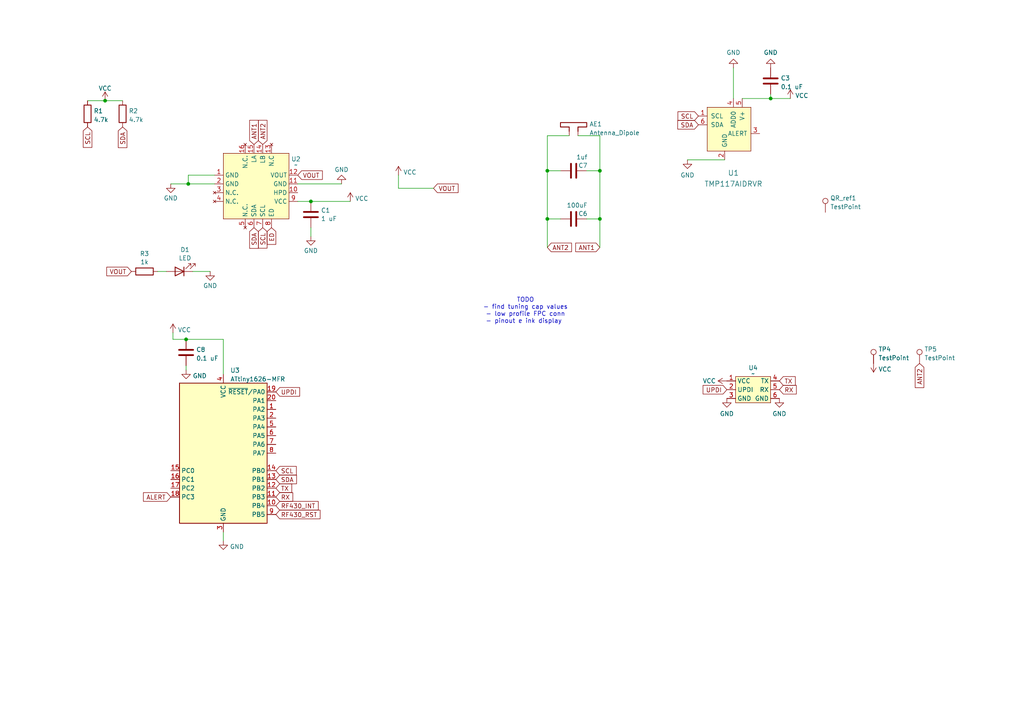
<source format=kicad_sch>
(kicad_sch (version 20231120) (generator "eeschema") (generator_version "8.0")
  (paper "A4")
  (lib_symbols
    (symbol "Connector:TestPoint" (pin_numbers hide) (pin_names (offset 0.762) hide)
      (property "Reference" "TP" (at 0 6.858 0))
      (property "Value" "TestPoint" (at 0 5.08 0))
      (symbol "TestPoint_0_1"
        (circle (center 0 3.302) (radius 0.762))
      )
      (symbol "TestPoint_1_1"
        (pin passive line (at 0 0 90) (length 2.54) (name "1") (number "1"))
      )
    )
    (symbol "Device:Antenna_Dipole" (pin_numbers hide) (pin_names (offset 1.016) hide)
      (property "Reference" "AE" (at 1.27 1.27 0))
      (property "Value" "Antenna_Dipole" (at 1.27 0 0))
      (symbol "Antenna_Dipole_0_1"
        (polyline (pts (xy 2.54 -3.81) (xy 2.54 -2.54) (xy 5.08 -2.54) (xy 5.08 -1.27) (xy -2.54 -1.27) (xy -2.54 -2.54) (xy 0 -2.54) (xy 0 -3.81)) (stroke (width 0.254)))
      )
      (symbol "Antenna_Dipole_1_1"
        (pin input line (at 0 -5.08 90) (length 2.54) (name "~") (number "1"))
        (pin input line (at 2.54 -5.08 90) (length 2.54) (name "~") (number "2"))
      )
    )
    (symbol "Device:C" (pin_numbers hide) (pin_names (offset 0.254))
      (property "Reference" "C" (at 0.635 2.54 0))
      (property "Value" "C" (at 0.635 -2.54 0))
      (symbol "C_0_1"
        (polyline (pts (xy -2.032 -0.762) (xy 2.032 -0.762)) (stroke (width 0.508)))
        (polyline (pts (xy -2.032 0.762) (xy 2.032 0.762)) (stroke (width 0.508)))
      )
      (symbol "C_1_1"
        (pin passive line (at 0 3.81 270) (length 2.794) (name "~") (number "1"))
        (pin passive line (at 0 -3.81 90) (length 2.794) (name "~") (number "2"))
      )
    )
    (symbol "Device:LED" (pin_numbers hide) (pin_names (offset 1.016) hide)
      (property "Reference" "D" (at 0 2.54 0))
      (property "Value" "LED" (at 0 -2.54 0))
      (symbol "LED_0_1"
        (polyline (pts (xy -1.27 -1.27) (xy -1.27 1.27)) (stroke (width 0.254)))
        (polyline (pts (xy -1.27 0) (xy 1.27 0)))
        (polyline (pts (xy 1.27 -1.27) (xy 1.27 1.27) (xy -1.27 0) (xy 1.27 -1.27)) (stroke (width 0.254)))
        (polyline (pts (xy -3.048 -0.762) (xy -4.572 -2.286) (xy -3.81 -2.286) (xy -4.572 -2.286) (xy -4.572 -1.524)))
        (polyline (pts (xy -1.778 -0.762) (xy -3.302 -2.286) (xy -2.54 -2.286) (xy -3.302 -2.286) (xy -3.302 -1.524)))
      )
      (symbol "LED_1_1"
        (pin passive line (at -3.81 0 0) (length 2.54) (name "K") (number "1"))
        (pin passive line (at 3.81 0 180) (length 2.54) (name "A") (number "2"))
      )
    )
    (symbol "Device:R" (pin_numbers hide) (pin_names (offset 0))
      (property "Reference" "R" (at 2.032 0 90))
      (property "Value" "R" (at 0 0 90))
      (symbol "R_0_1"
        (rectangle (start -1.016 -2.54) (end 1.016 2.54) (stroke (width 0.254)))
      )
      (symbol "R_1_1"
        (pin passive line (at 0 3.81 270) (length 1.27) (name "~") (number "1"))
        (pin passive line (at 0 -3.81 90) (length 1.27) (name "~") (number "2"))
      )
    )
    (symbol "MCU_Microchip_ATtiny:ATtiny1626-M"
      (property "Reference" "U" (at -12.7 21.59 0))
      (property "Value" "ATtiny1626-M" (at 2.54 -21.59 0))
      (symbol "ATtiny1626-M_0_1"
        (rectangle (start -12.7 -20.32) (end 12.7 20.32) (stroke (width 0.254)) (fill (type background)))
      )
      (symbol "ATtiny1626-M_1_1"
        (pin bidirectional line (at 15.24 12.7 180) (length 2.54) (name "PA2") (number "1"))
        (pin bidirectional line (at 15.24 -15.24 180) (length 2.54) (name "PB4") (number "10"))
        (pin bidirectional line (at 15.24 -12.7 180) (length 2.54) (name "PB3") (number "11"))
        (pin bidirectional line (at 15.24 -10.16 180) (length 2.54) (name "PB2") (number "12"))
        (pin bidirectional line (at 15.24 -7.62 180) (length 2.54) (name "PB1") (number "13"))
        (pin bidirectional line (at 15.24 -5.08 180) (length 2.54) (name "PB0") (number "14"))
        (pin bidirectional line (at -15.24 -5.08 0) (length 2.54) (name "PC0") (number "15"))
        (pin bidirectional line (at -15.24 -7.62 0) (length 2.54) (name "PC1") (number "16"))
        (pin bidirectional line (at -15.24 -10.16 0) (length 2.54) (name "PC2") (number "17"))
        (pin bidirectional line (at -15.24 -12.7 0) (length 2.54) (name "PC3") (number "18"))
        (pin bidirectional line (at 15.24 17.78 180) (length 2.54) (name "~{RESET}/PA0") (number "19"))
        (pin bidirectional line (at 15.24 10.16 180) (length 2.54) (name "PA3") (number "2"))
        (pin bidirectional line (at 15.24 15.24 180) (length 2.54) (name "PA1") (number "20"))
        (pin passive line (at 0 -22.86 90) (length 2.54) hide (name "GND") (number "21"))
        (pin power_in line (at 0 -22.86 90) (length 2.54) (name "GND") (number "3"))
        (pin power_in line (at 0 22.86 270) (length 2.54) (name "VCC") (number "4"))
        (pin bidirectional line (at 15.24 7.62 180) (length 2.54) (name "PA4") (number "5"))
        (pin bidirectional line (at 15.24 5.08 180) (length 2.54) (name "PA5") (number "6"))
        (pin bidirectional line (at 15.24 2.54 180) (length 2.54) (name "PA6") (number "7"))
        (pin bidirectional line (at 15.24 0 180) (length 2.54) (name "PA7") (number "8"))
        (pin bidirectional line (at 15.24 -17.78 180) (length 2.54) (name "PB5") (number "9"))
      )
    )
    (symbol "dk_Temperature-Sensors-Analog-and-Digital-Output:TMP112AIDRLT" (pin_names (offset 1.016))
      (property "Reference" "U" (at -6.35 8.89 0))
      (property "Value" "TMP112AIDRLT" (at 0 -7.62 0))
      (symbol "TMP112AIDRLT_0_1"
        (rectangle (start -7.62 7.62) (end 5.08 -5.08) (fill (type background)))
      )
      (symbol "TMP112AIDRLT_1_1"
        (pin input line (at -10.16 5.08 0) (length 2.54) (name "SCL") (number "1"))
        (pin power_in line (at -2.54 -7.62 90) (length 2.54) (name "GND") (number "2"))
        (pin output line (at 7.62 0 180) (length 2.54) (name "ALERT") (number "3"))
        (pin power_in line (at 0 10.16 270) (length 2.54) (name "ADD0") (number "4"))
        (pin power_in line (at 2.54 10.16 270) (length 2.54) (name "V+") (number "5"))
        (pin bidirectional line (at -10.16 2.54 0) (length 2.54) (name "SDA") (number "6"))
      )
    )
    (symbol "power:GND" (power) (pin_names (offset 0))
      (property "Value" "GND" (at 0 -3.81 0))
      (symbol "GND_0_1"
        (polyline (pts (xy 0 0) (xy 0 -1.27) (xy 1.27 -1.27) (xy 0 -2.54) (xy -1.27 -1.27) (xy 0 -1.27)))
      )
      (symbol "GND_1_1"
        (pin power_in line (at 0 0 270) (length 0) hide (name "GND") (number "1"))
      )
    )
    (symbol "power:VCC" (power) (pin_names (offset 0))
      (property "Value" "VCC" (at 0 3.81 0))
      (symbol "VCC_0_1"
        (polyline (pts (xy -0.762 1.27) (xy 0 2.54)))
        (polyline (pts (xy 0 0) (xy 0 2.54)))
        (polyline (pts (xy 0 2.54) (xy 0.762 1.27)))
      )
      (symbol "VCC_1_1"
        (pin power_in line (at 0 0 90) (length 0) hide (name "VCC") (number "1"))
      )
    )
    (symbol "unsurv_offline_pcb_symbols:NTAG_5_Link"
      (property "Reference" "U" (at 0 24.892 0))
      (symbol "NTAG_5_Link_1_1"
        (rectangle (start -10.16 8.89) (end 8.89 -10.16) (fill (type background)))
        (pin input line (at -12.7 2.54 0) (length 2.54) (name "GND") (number "1"))
        (pin input line (at 11.43 -2.54 180) (length 2.54) (name "HPD") (number "10"))
        (pin input line (at 11.43 0 180) (length 2.54) (name "GND") (number "11"))
        (pin input line (at 11.43 2.54 180) (length 2.54) (name "VOUT") (number "12"))
        (pin no_connect line (at 3.81 11.43 270) (length 2.54) (name "N.C") (number "13"))
        (pin bidirectional line (at 1.27 11.43 270) (length 2.54) (name "LB") (number "14"))
        (pin bidirectional line (at -1.27 11.43 270) (length 2.54) (name "LA") (number "15"))
        (pin no_connect line (at -3.81 11.43 270) (length 2.54) (name "N.C.") (number "16"))
        (pin input line (at -12.7 0 0) (length 2.54) (name "GND") (number "2"))
        (pin no_connect line (at -12.7 -2.54 0) (length 2.54) (name "N.C.") (number "3"))
        (pin no_connect line (at -12.7 -5.08 0) (length 2.54) (name "N.C.") (number "4"))
        (pin no_connect line (at -3.81 -12.7 90) (length 2.54) (name "N.C.") (number "5"))
        (pin bidirectional line (at -1.27 -12.7 90) (length 2.54) (name "SDA") (number "6"))
        (pin bidirectional line (at 1.27 -12.7 90) (length 2.54) (name "SCL") (number "7"))
        (pin bidirectional line (at 3.81 -12.7 90) (length 2.54) (name "ED") (number "8"))
        (pin input line (at 11.43 -5.08 180) (length 2.54) (name "VCC") (number "9"))
      )
    )
    (symbol "unsurv_offline_pcb_symbols:testpoint_array_2x3"
      (property "Reference" "U" (at 0 5.842 0))
      (symbol "testpoint_array_2x3_1_1"
        (rectangle (start -5.08 3.81) (end 5.08 -3.81) (fill (type background)))
        (pin input line (at -7.62 2.54 0) (length 2.54) (name "VCC") (number "1"))
        (pin input line (at -7.62 0 0) (length 2.54) (name "UPDI") (number "2"))
        (pin input line (at -7.62 -2.54 0) (length 2.54) (name "GND") (number "3"))
        (pin input line (at 7.62 2.54 180) (length 2.54) (name "TX") (number "4"))
        (pin input line (at 7.62 0 180) (length 2.54) (name "RX") (number "5"))
        (pin input line (at 7.62 -2.54 180) (length 2.54) (name "GND") (number "6"))
      )
    )
  )
  (junction (at 30.48 29.21))
  (junction (at 223.52 28.575))
  (junction (at 173.99 63.5))
  (junction (at 90.17 58.42))
  (junction (at 173.99 49.53))
  (junction (at 53.975 98.425))
  (junction (at 54.61 53.34))
  (junction (at 158.75 63.5))
  (junction (at 158.75 49.53))
  (wire (pts (xy 158.75 39.37) (xy 165.1 39.37)))
  (wire (pts (xy 25.4 29.21) (xy 30.48 29.21)))
  (wire (pts (xy 158.75 49.53) (xy 158.75 39.37)))
  (wire (pts (xy 54.61 50.8) (xy 54.61 53.34)))
  (wire (pts (xy 173.99 49.53) (xy 170.18 49.53)))
  (wire (pts (xy 173.99 49.53) (xy 173.99 39.37)))
  (wire (pts (xy 53.975 106.045) (xy 53.975 107.315)))
  (wire (pts (xy 212.725 19.685) (xy 212.725 28.575)))
  (wire (pts (xy 49.53 53.34) (xy 54.61 53.34)))
  (wire (pts (xy 158.75 71.755) (xy 158.75 63.5)))
  (wire (pts (xy 115.57 54.61) (xy 125.73 54.61)))
  (wire (pts (xy 53.975 98.425) (xy 64.77 98.425)))
  (wire (pts (xy 115.57 50.8) (xy 115.57 54.61)))
  (wire (pts (xy 62.23 50.8) (xy 54.61 50.8)))
  (wire (pts (xy 45.72 78.74) (xy 48.26 78.74)))
  (wire (pts (xy 173.99 71.755) (xy 173.99 63.5)))
  (wire (pts (xy 54.61 53.34) (xy 62.23 53.34)))
  (wire (pts (xy 173.99 63.5) (xy 173.99 49.53)))
  (wire (pts (xy 223.52 27.305) (xy 223.52 28.575)))
  (wire (pts (xy 162.56 63.5) (xy 158.75 63.5)))
  (wire (pts (xy 167.64 39.37) (xy 173.99 39.37)))
  (wire (pts (xy 86.36 53.34) (xy 99.06 53.34)))
  (wire (pts (xy 64.77 98.425) (xy 64.77 108.585)))
  (wire (pts (xy 30.48 29.21) (xy 35.56 29.21)))
  (wire (pts (xy 50.165 96.52) (xy 50.165 98.425)))
  (wire (pts (xy 170.18 63.5) (xy 173.99 63.5)))
  (wire (pts (xy 199.39 46.355) (xy 210.185 46.355)))
  (wire (pts (xy 90.17 66.04) (xy 90.17 68.58)))
  (wire (pts (xy 158.75 49.53) (xy 162.56 49.53)))
  (wire (pts (xy 215.265 28.575) (xy 223.52 28.575)))
  (wire (pts (xy 55.88 78.74) (xy 60.96 78.74)))
  (wire (pts (xy 50.165 98.425) (xy 53.975 98.425)))
  (wire (pts (xy 64.77 154.305) (xy 64.77 156.845)))
  (wire (pts (xy 86.36 58.42) (xy 90.17 58.42)))
  (wire (pts (xy 90.17 58.42) (xy 101.6 58.42)))
  (wire (pts (xy 223.52 28.575) (xy 229.235 28.575)))
  (wire (pts (xy 158.75 63.5) (xy 158.75 49.53)))
  (text "TODO\n- find tuning cap values\n- low profile FPC conn\n- pinout e ink display " (at 152.4 90.17 0) (effects (font (size 1.27 1.27))))
  (global_label "ANT2" (shape input) (at 76.2 41.91 90) (property "Intersheetrefs" "${INTERSHEET_REFS}" (effects (hide yes))))
  (global_label "ANT2" (shape input) (at 266.7 105.41 270) (property "Intersheetrefs" "${INTERSHEET_REFS}" (effects (hide yes))))
  (global_label "ANT1" (shape input) (at 173.99 71.755 180) (property "Intersheetrefs" "${INTERSHEET_REFS}" (effects (hide yes))))
  (global_label "SCL" (shape input) (at 80.01 136.525 0) (property "Intersheetrefs" "${INTERSHEET_REFS}" (effects (hide yes))))
  (global_label "SCL" (shape input) (at 76.2 66.04 270) (property "Intersheetrefs" "${INTERSHEET_REFS}" (effects (hide yes))))
  (global_label "ED" (shape input) (at 78.74 66.04 270) (property "Intersheetrefs" "${INTERSHEET_REFS}" (effects (hide yes))))
  (global_label "TX" (shape input) (at 80.01 141.605 0) (property "Intersheetrefs" "${INTERSHEET_REFS}" (effects (hide yes))))
  (global_label "ANT1" (shape input) (at 73.66 41.91 90) (property "Intersheetrefs" "${INTERSHEET_REFS}" (effects (hide yes))))
  (global_label "VOUT" (shape input) (at 86.36 50.8 0) (property "Intersheetrefs" "${INTERSHEET_REFS}" (effects (hide yes))))
  (global_label "RF430_INT" (shape input) (at 80.01 146.685 0) (property "Intersheetrefs" "${INTERSHEET_REFS}" (effects (hide yes))))
  (global_label "ALERT" (shape input) (at 49.53 144.145 180) (property "Intersheetrefs" "${INTERSHEET_REFS}" (effects (hide yes))))
  (global_label "UPDI" (shape input) (at 210.82 113.03 180) (property "Intersheetrefs" "${INTERSHEET_REFS}" (effects (hide yes))))
  (global_label "UPDI" (shape input) (at 80.01 113.665 0) (property "Intersheetrefs" "${INTERSHEET_REFS}" (effects (hide yes))))
  (global_label "SCL" (shape input) (at 202.565 33.655 180) (property "Intersheetrefs" "${INTERSHEET_REFS}" (effects (hide yes))))
  (global_label "SDA" (shape input) (at 73.66 66.04 270) (property "Intersheetrefs" "${INTERSHEET_REFS}" (effects (hide yes))))
  (global_label "RF430_RST" (shape input) (at 80.01 149.225 0) (property "Intersheetrefs" "${INTERSHEET_REFS}" (effects (hide yes))))
  (global_label "RX" (shape input) (at 80.01 144.145 0) (property "Intersheetrefs" "${INTERSHEET_REFS}" (effects (hide yes))))
  (global_label "VOUT" (shape input) (at 125.73 54.61 0) (property "Intersheetrefs" "${INTERSHEET_REFS}" (effects (hide yes))))
  (global_label "SDA" (shape input) (at 35.56 36.83 270) (property "Intersheetrefs" "${INTERSHEET_REFS}" (effects (hide yes))))
  (global_label "TX" (shape input) (at 226.06 110.49 0) (property "Intersheetrefs" "${INTERSHEET_REFS}" (effects (hide yes))))
  (global_label "SDA" (shape input) (at 80.01 139.065 0) (property "Intersheetrefs" "${INTERSHEET_REFS}" (effects (hide yes))))
  (global_label "SCL" (shape input) (at 25.4 36.83 270) (property "Intersheetrefs" "${INTERSHEET_REFS}" (effects (hide yes))))
  (global_label "ANT2" (shape input) (at 158.75 71.755 0) (property "Intersheetrefs" "${INTERSHEET_REFS}" (effects (hide yes))))
  (global_label "SDA" (shape input) (at 202.565 36.195 180) (property "Intersheetrefs" "${INTERSHEET_REFS}" (effects (hide yes))))
  (global_label "RX" (shape input) (at 226.06 113.03 0) (property "Intersheetrefs" "${INTERSHEET_REFS}" (effects (hide yes))))
  (global_label "VOUT" (shape input) (at 38.1 78.74 180) (property "Intersheetrefs" "${INTERSHEET_REFS}" (effects (hide yes))))
  (symbol (lib_id "power:GND") (at 226.06 115.57 0) (unit 1)
    (property "Reference" "#PWR013" (effects (hide yes)))
    (property "Value" "GND" (at 226.06 120.0134 0))
  )
  (symbol (lib_id "power:GND") (at 60.96 78.74 0) (unit 1)
    (property "Reference" "#PWR014" (effects (hide yes)))
    (property "Value" "GND" (at 60.96 82.8731 0))
  )
  (symbol (lib_id "power:VCC") (at 253.365 105.41 180) (unit 1)
    (property "Reference" "#PWR022" (effects (hide yes)))
    (property "Value" "VCC" (at 254.762 107.1138 0) (effects (justify right)))
  )
  (symbol (lib_id "Device:C") (at 166.37 63.5 90) (unit 1)
    (property "Reference" "C6" (at 170.434 61.976 90) (effects (justify left)))
    (property "Value" "100uF" (at 170.434 59.5517 90) (effects (justify left)))
    (property "Footprint" "Capacitor_SMD:C_0603_1608Metric" (effects (hide yes)))
    (property "MPN" "298W107X0004M2T" (effects (hide yes)))
  )
  (symbol (lib_id "power:VCC") (at 229.235 28.575 0) (unit 1)
    (property "Reference" "#PWR07" (effects (hide yes)))
    (property "Value" "VCC" (at 230.632 27.7388 0) (effects (justify left)))
  )
  (symbol (lib_id "unsurv_offline_pcb_symbols:testpoint_array_2x3") (at 218.44 113.03 0) (unit 1)
    (property "Reference" "U4" (at 218.44 106.6885 0))
    (property "Value" "~" (at 218.44 108.3699 0))
  )
  (symbol (lib_id "Device:R") (at 35.56 33.02 0) (unit 1)
    (property "Reference" "R2" (at 37.338 32.1853 0) (effects (justify left)))
    (property "Value" "4.7k" (at 37.338 34.7222 0) (effects (justify left)))
    (property "Footprint" "Resistor_SMD:R_0603_1608Metric" (effects (hide yes)))
  )
  (symbol (lib_id "power:VCC") (at 101.6 58.42 0) (unit 1)
    (property "Reference" "#PWR04" (effects (hide yes)))
    (property "Value" "VCC" (at 102.997 57.5838 0) (effects (justify left)))
  )
  (symbol (lib_id "Connector:TestPoint") (at 239.395 61.595 0) (unit 1)
    (property "Reference" "QR_ref1" (at 240.792 57.4583 0) (effects (justify left)))
    (property "Value" "TestPoint" (at 240.792 59.9952 0) (effects (justify left)))
    (property "Footprint" "unsurv_offline_pcb_footprints:QR_shop" (effects (hide yes)))
  )
  (symbol (lib_id "power:VCC") (at 115.57 50.8 0) (unit 1)
    (property "Reference" "#PWR06" (effects (hide yes)))
    (property "Value" "VCC" (at 116.967 49.9638 0) (effects (justify left)))
  )
  (symbol (lib_id "dk_Temperature-Sensors-Analog-and-Digital-Output:TMP112AIDRLT") (at 212.725 38.735 0) (unit 1)
    (property "Reference" "U1" (at 212.725 50.165 0) (effects (font (size 1.524 1.524))))
    (property "Value" "TMP117AIDRVR" (at 212.725 53.34 0) (effects (font (size 1.524 1.524))))
    (property "Footprint" "unsurv_offline_pcb_footprints:TMP117 WSON-6-1EP_2x2mm_P0.65mm_no_pad_paste" (effects (hide yes)))
    (property "Datasheet" "http://www.ti.com/general/docs/suppproductinfo.tsp?distId=10&gotoUrl=http%3A%2F%2Fwww.ti.com%2Flit%2Fgpn%2Ftmp112" (effects (hide yes)))
    (property "Description" "SENSOR DIGITAL -40C-125C SOT563" (effects (hide yes)))
    (property "Digi-Key_PN" "296-24621-1-ND" (effects (hide yes)))
    (property "MPN" "TMP117AIDRVR" (effects (hide yes)))
    (property "Category" "Sensors, Transducers" (effects (hide yes)))
    (property "Family" "Temperature Sensors - Analog and Digital Output" (effects (hide yes)))
    (property "DK_Datasheet_Link" "http://www.ti.com/general/docs/suppproductinfo.tsp?distId=10&gotoUrl=http%3A%2F%2Fwww.ti.com%2Flit%2Fgpn%2Ftmp112" (effects (hide yes)))
    (property "DK_Detail_Page" "/product-detail/en/texas-instruments/TMP112AIDRLT/296-24621-1-ND/2090130" (effects (hide yes)))
    (property "Manufacturer" "Texas Instruments" (effects (hide yes)))
    (property "Status" "Active" (effects (hide yes)))
  )
  (symbol (lib_id "power:GND") (at 223.52 19.685 180) (unit 1)
    (property "Reference" "#PWR03" (effects (hide yes)))
    (property "Value" "GND" (at 223.52 15.2416 0))
  )
  (symbol (lib_id "power:VCC") (at 30.48 29.21 0) (unit 1)
    (property "Reference" "#PWR017" (effects (hide yes)))
    (property "Value" "VCC" (at 30.48 25.6342 0))
  )
  (symbol (lib_id "Connector:TestPoint") (at 266.7 105.41 0) (unit 1)
    (property "Reference" "TP5" (at 268.097 101.2733 0) (effects (justify left)))
    (property "Value" "TestPoint" (at 268.097 103.8102 0) (effects (justify left)))
    (property "Footprint" "TestPoint:TestPoint_Pad_D1.0mm" (effects (hide yes)))
  )
  (symbol (lib_id "Device:C") (at 223.52 23.495 180) (unit 1)
    (property "Reference" "C3" (at 226.441 22.6603 0) (effects (justify right)))
    (property "Value" "0.1 uF" (at 226.441 25.1972 0) (effects (justify right)))
    (property "Footprint" "Capacitor_SMD:C_0402_1005Metric" (effects (hide yes)))
  )
  (symbol (lib_id "power:GND") (at 210.82 115.57 0) (unit 1)
    (property "Reference" "#PWR012" (effects (hide yes)))
    (property "Value" "GND" (at 210.82 120.0134 0))
  )
  (symbol (lib_id "Device:R") (at 25.4 33.02 0) (unit 1)
    (property "Reference" "R1" (at 27.178 32.1853 0) (effects (justify left)))
    (property "Value" "4.7k" (at 27.178 34.7222 0) (effects (justify left)))
    (property "Footprint" "Resistor_SMD:R_0603_1608Metric" (effects (hide yes)))
  )
  (symbol (lib_id "power:GND") (at 199.39 46.355 0) (unit 1)
    (property "Reference" "#PWR011" (effects (hide yes)))
    (property "Value" "GND" (at 199.39 50.7984 0))
  )
  (symbol (lib_id "power:GND") (at 90.17 68.58 0) (unit 1)
    (property "Reference" "#PWR05" (effects (hide yes)))
    (property "Value" "GND" (at 90.17 72.7131 0))
  )
  (symbol (lib_id "Device:C") (at 90.17 62.23 0) (unit 1)
    (property "Reference" "C1" (at 93.091 61.0178 0) (effects (justify left)))
    (property "Value" "1 uF" (at 93.091 63.4421 0) (effects (justify left)))
    (property "Footprint" "Capacitor_SMD:C_0603_1608Metric" (effects (hide yes)))
  )
  (symbol (lib_id "unsurv_offline_pcb_symbols:NTAG_5_Link") (at 74.93 53.34 0) (unit 1)
    (property "Reference" "U2" (at 85.8362 46.1409 0))
    (property "Value" "~" (at 85.8362 47.8223 0))
  )
  (symbol (lib_id "Device:C") (at 53.975 102.235 0) (unit 1)
    (property "Reference" "C8" (at 56.896 101.4003 0) (effects (justify left)))
    (property "Value" "0.1 uF" (at 56.896 103.9372 0) (effects (justify left)))
    (property "Footprint" "Capacitor_SMD:C_0603_1608Metric" (effects (hide yes)))
  )
  (symbol (lib_id "Device:R") (at 41.91 78.74 90) (unit 1)
    (property "Reference" "R3" (at 41.91 73.5795 90))
    (property "Value" "1k" (at 41.91 76.0038 90))
    (property "Footprint" "Resistor_SMD:R_0603_1608Metric" (effects (hide yes)))
  )
  (symbol (lib_id "power:VCC") (at 210.82 110.49 90) (unit 1)
    (property "Reference" "#PWR09" (effects (hide yes)))
    (property "Value" "VCC" (at 207.645 110.49 90) (effects (justify left)))
  )
  (symbol (lib_id "MCU_Microchip_ATtiny:ATtiny1626-M") (at 64.77 131.445 0) (unit 1)
    (property "Reference" "U3" (at 66.7894 107.4252 0) (effects (justify left)))
    (property "Value" "ATtiny1626-MFR" (at 66.7894 109.9621 0) (effects (justify left)))
    (property "Footprint" "unsurv_offline_pcb_footprints:VQFN-20-1EP_3x3mm_P0.4mm_EP1.7x1.7mm_edited" (effects (hide yes)))
    (property "Datasheet" "https://ww1.microchip.com/downloads/en/DeviceDoc/ATtiny1624-26-27-DataSheet-DS40002234A.pdf" (effects (hide yes)))
  )
  (symbol (lib_id "power:GND") (at 99.06 53.34 180) (unit 1)
    (property "Reference" "#PWR08" (effects (hide yes)))
    (property "Value" "GND" (at 99.06 49.2069 0))
  )
  (symbol (lib_id "Device:Antenna_Dipole") (at 167.64 34.29 0) (mirror y) (unit 1)
    (property "Reference" "AE1" (at 170.942 35.9953 0) (effects (justify right)))
    (property "Value" "Antenna_Dipole" (at 170.942 38.5322 0) (effects (justify right)))
    (property "Footprint" "unsurv_offline_pcb_footprints:38x14_378uH" (effects (hide yes)))
  )
  (symbol (lib_id "power:GND") (at 64.77 156.845 0) (unit 1)
    (property "Reference" "#PWR024" (effects (hide yes)))
    (property "Value" "GND" (at 66.675 158.5488 0) (effects (justify left)))
  )
  (symbol (lib_id "Device:C") (at 166.37 49.53 90) (unit 1)
    (property "Reference" "C7" (at 170.434 48.006 90) (effects (justify left)))
    (property "Value" "1uf" (at 170.434 45.5817 90) (effects (justify left)))
    (property "Footprint" "Capacitor_SMD:C_0603_1608Metric" (effects (hide yes)))
  )
  (symbol (lib_id "power:GND") (at 49.53 53.34 0) (unit 1)
    (property "Reference" "#PWR01" (effects (hide yes)))
    (property "Value" "GND" (at 49.53 57.4731 0))
  )
  (symbol (lib_id "Device:LED") (at 52.07 78.74 180) (unit 1)
    (property "Reference" "D1" (at 53.6575 72.4365 0))
    (property "Value" "LED" (at 53.6575 74.8608 0))
    (property "Description" "Light emitting diode" (effects (hide yes)))
  )
  (symbol (lib_id "power:GND") (at 53.975 107.315 0) (unit 1)
    (property "Reference" "#PWR023" (effects (hide yes)))
    (property "Value" "GND" (at 55.88 109.0188 0) (effects (justify left)))
  )
  (symbol (lib_id "Connector:TestPoint") (at 253.365 105.41 0) (unit 1)
    (property "Reference" "TP4" (at 254.762 101.2733 0) (effects (justify left)))
    (property "Value" "TestPoint" (at 254.762 103.8102 0) (effects (justify left)))
    (property "Footprint" "TestPoint:TestPoint_Pad_D1.0mm" (effects (hide yes)))
  )
  (symbol (lib_id "power:VCC") (at 50.165 96.52 0) (unit 1)
    (property "Reference" "#PWR020" (effects (hide yes)))
    (property "Value" "VCC" (at 51.562 95.6838 0) (effects (justify left)))
  )
  (symbol (lib_id "power:GND") (at 212.725 19.685 180) (unit 1)
    (property "Reference" "#PWR02" (effects (hide yes)))
    (property "Value" "GND" (at 212.725 15.2416 0))
  )
)
</source>
